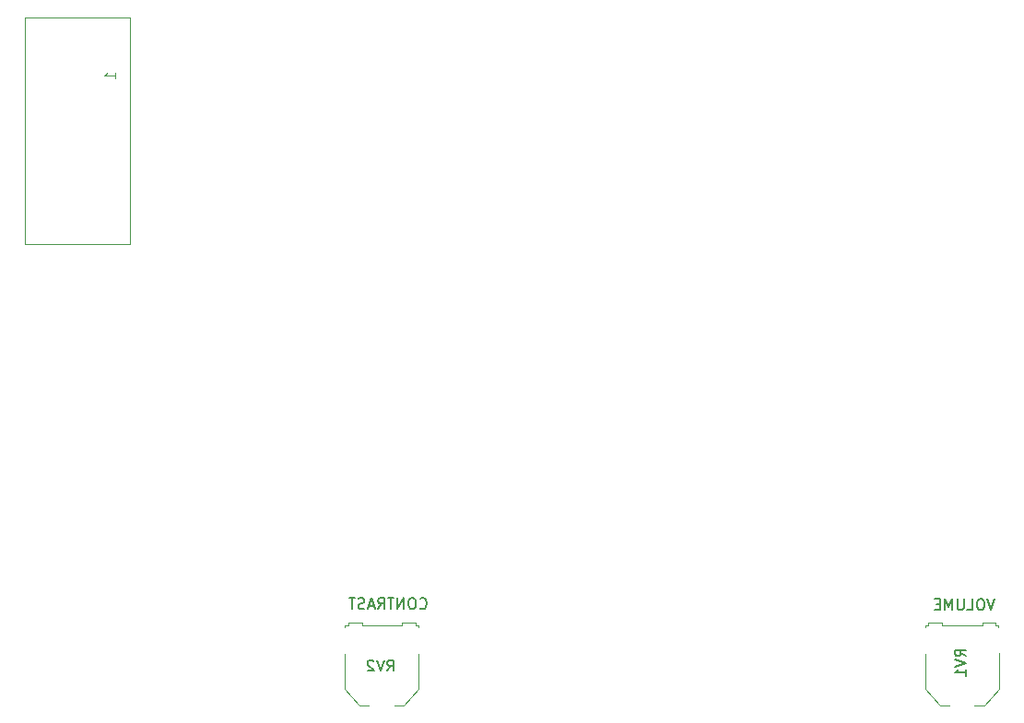
<source format=gbr>
G04 #@! TF.FileFunction,Legend,Bot*
%FSLAX46Y46*%
G04 Gerber Fmt 4.6, Leading zero omitted, Abs format (unit mm)*
G04 Created by KiCad (PCBNEW 4.0.6) date Sunday, July 23, 2017 'AMt' 01:04:53 AM*
%MOMM*%
%LPD*%
G01*
G04 APERTURE LIST*
%ADD10C,0.100000*%
%ADD11C,0.150000*%
%ADD12C,0.120000*%
%ADD13C,5.400000*%
%ADD14C,2.000000*%
%ADD15R,2.200000X3.000000*%
%ADD16O,2.200000X3.000000*%
%ADD17C,3.400000*%
%ADD18C,2.760000*%
%ADD19C,2.600000*%
%ADD20O,2.000000X2.000000*%
%ADD21C,2.900000*%
%ADD22R,2.000000X2.000000*%
%ADD23C,1.920000*%
%ADD24C,3.100000*%
%ADD25C,1.900000*%
%ADD26C,2.400000*%
%ADD27O,3.900000X3.900000*%
%ADD28R,2.200000X2.200000*%
%ADD29O,2.200000X2.200000*%
%ADD30R,1.600000X1.600000*%
%ADD31C,1.600000*%
%ADD32R,2.127200X2.127200*%
%ADD33O,2.127200X2.127200*%
G04 APERTURE END LIST*
D10*
D11*
X193809524Y-106852381D02*
X193476191Y-107852381D01*
X193142857Y-106852381D01*
X192619048Y-106852381D02*
X192428571Y-106852381D01*
X192333333Y-106900000D01*
X192238095Y-106995238D01*
X192190476Y-107185714D01*
X192190476Y-107519048D01*
X192238095Y-107709524D01*
X192333333Y-107804762D01*
X192428571Y-107852381D01*
X192619048Y-107852381D01*
X192714286Y-107804762D01*
X192809524Y-107709524D01*
X192857143Y-107519048D01*
X192857143Y-107185714D01*
X192809524Y-106995238D01*
X192714286Y-106900000D01*
X192619048Y-106852381D01*
X191285714Y-107852381D02*
X191761905Y-107852381D01*
X191761905Y-106852381D01*
X190952381Y-106852381D02*
X190952381Y-107661905D01*
X190904762Y-107757143D01*
X190857143Y-107804762D01*
X190761905Y-107852381D01*
X190571428Y-107852381D01*
X190476190Y-107804762D01*
X190428571Y-107757143D01*
X190380952Y-107661905D01*
X190380952Y-106852381D01*
X189904762Y-107852381D02*
X189904762Y-106852381D01*
X189571428Y-107566667D01*
X189238095Y-106852381D01*
X189238095Y-107852381D01*
X188761905Y-107328571D02*
X188428571Y-107328571D01*
X188285714Y-107852381D02*
X188761905Y-107852381D01*
X188761905Y-106852381D01*
X188285714Y-106852381D01*
X141004762Y-107657143D02*
X141052381Y-107704762D01*
X141195238Y-107752381D01*
X141290476Y-107752381D01*
X141433334Y-107704762D01*
X141528572Y-107609524D01*
X141576191Y-107514286D01*
X141623810Y-107323810D01*
X141623810Y-107180952D01*
X141576191Y-106990476D01*
X141528572Y-106895238D01*
X141433334Y-106800000D01*
X141290476Y-106752381D01*
X141195238Y-106752381D01*
X141052381Y-106800000D01*
X141004762Y-106847619D01*
X140385715Y-106752381D02*
X140195238Y-106752381D01*
X140100000Y-106800000D01*
X140004762Y-106895238D01*
X139957143Y-107085714D01*
X139957143Y-107419048D01*
X140004762Y-107609524D01*
X140100000Y-107704762D01*
X140195238Y-107752381D01*
X140385715Y-107752381D01*
X140480953Y-107704762D01*
X140576191Y-107609524D01*
X140623810Y-107419048D01*
X140623810Y-107085714D01*
X140576191Y-106895238D01*
X140480953Y-106800000D01*
X140385715Y-106752381D01*
X139528572Y-107752381D02*
X139528572Y-106752381D01*
X138957143Y-107752381D01*
X138957143Y-106752381D01*
X138623810Y-106752381D02*
X138052381Y-106752381D01*
X138338096Y-107752381D02*
X138338096Y-106752381D01*
X137147619Y-107752381D02*
X137480953Y-107276190D01*
X137719048Y-107752381D02*
X137719048Y-106752381D01*
X137338095Y-106752381D01*
X137242857Y-106800000D01*
X137195238Y-106847619D01*
X137147619Y-106942857D01*
X137147619Y-107085714D01*
X137195238Y-107180952D01*
X137242857Y-107228571D01*
X137338095Y-107276190D01*
X137719048Y-107276190D01*
X136766667Y-107466667D02*
X136290476Y-107466667D01*
X136861905Y-107752381D02*
X136528572Y-106752381D01*
X136195238Y-107752381D01*
X135909524Y-107704762D02*
X135766667Y-107752381D01*
X135528571Y-107752381D01*
X135433333Y-107704762D01*
X135385714Y-107657143D01*
X135338095Y-107561905D01*
X135338095Y-107466667D01*
X135385714Y-107371429D01*
X135433333Y-107323810D01*
X135528571Y-107276190D01*
X135719048Y-107228571D01*
X135814286Y-107180952D01*
X135861905Y-107133333D01*
X135909524Y-107038095D01*
X135909524Y-106942857D01*
X135861905Y-106847619D01*
X135814286Y-106800000D01*
X135719048Y-106752381D01*
X135480952Y-106752381D01*
X135338095Y-106800000D01*
X135052381Y-106752381D02*
X134480952Y-106752381D01*
X134766667Y-107752381D02*
X134766667Y-106752381D01*
D12*
X194150000Y-109550000D02*
X194150000Y-109300000D01*
X194150000Y-109300000D02*
X193900000Y-109300000D01*
X193900000Y-109300000D02*
X193900000Y-109050000D01*
X193900000Y-109050000D02*
X192650000Y-109050000D01*
X192650000Y-109050000D02*
X192650000Y-109300000D01*
X192650000Y-109300000D02*
X189000000Y-109300000D01*
X189000000Y-109300000D02*
X189000000Y-109050000D01*
X189000000Y-109050000D02*
X187700000Y-109050000D01*
X187700000Y-109050000D02*
X187700000Y-109300000D01*
X187700000Y-109300000D02*
X187400000Y-109300000D01*
X187400000Y-109300000D02*
X187400000Y-109550000D01*
X191950000Y-116600000D02*
X192850000Y-116600000D01*
X192850000Y-116600000D02*
X194200000Y-115100000D01*
X194200000Y-115100000D02*
X194200000Y-111800000D01*
X187400000Y-111800000D02*
X187400000Y-115150000D01*
X187400000Y-115150000D02*
X188750000Y-116600000D01*
X188750000Y-116600000D02*
X189650000Y-116600000D01*
X140850000Y-109550000D02*
X140850000Y-109300000D01*
X140850000Y-109300000D02*
X140600000Y-109300000D01*
X140600000Y-109300000D02*
X140600000Y-109050000D01*
X140600000Y-109050000D02*
X139350000Y-109050000D01*
X139350000Y-109050000D02*
X139350000Y-109300000D01*
X139350000Y-109300000D02*
X135700000Y-109300000D01*
X135700000Y-109300000D02*
X135700000Y-109050000D01*
X135700000Y-109050000D02*
X134400000Y-109050000D01*
X134400000Y-109050000D02*
X134400000Y-109300000D01*
X134400000Y-109300000D02*
X134100000Y-109300000D01*
X134100000Y-109300000D02*
X134100000Y-109550000D01*
X138650000Y-116600000D02*
X139550000Y-116600000D01*
X139550000Y-116600000D02*
X140900000Y-115100000D01*
X140900000Y-115100000D02*
X140900000Y-111800000D01*
X134100000Y-111800000D02*
X134100000Y-115150000D01*
X134100000Y-115150000D02*
X135450000Y-116600000D01*
X135450000Y-116600000D02*
X136350000Y-116600000D01*
X104730000Y-53370000D02*
X104730000Y-74190000D01*
X104730000Y-74190000D02*
X114330000Y-74190000D01*
X114330000Y-74190000D02*
X114330000Y-53370000D01*
X114330000Y-53370000D02*
X104730000Y-53370000D01*
D11*
X191152381Y-112104762D02*
X190676190Y-111771428D01*
X191152381Y-111533333D02*
X190152381Y-111533333D01*
X190152381Y-111914286D01*
X190200000Y-112009524D01*
X190247619Y-112057143D01*
X190342857Y-112104762D01*
X190485714Y-112104762D01*
X190580952Y-112057143D01*
X190628571Y-112009524D01*
X190676190Y-111914286D01*
X190676190Y-111533333D01*
X190152381Y-112390476D02*
X191152381Y-112723809D01*
X190152381Y-113057143D01*
X191152381Y-113914286D02*
X191152381Y-113342857D01*
X191152381Y-113628571D02*
X190152381Y-113628571D01*
X190295238Y-113533333D01*
X190390476Y-113438095D01*
X190438095Y-113342857D01*
X137995238Y-113452381D02*
X138328572Y-112976190D01*
X138566667Y-113452381D02*
X138566667Y-112452381D01*
X138185714Y-112452381D01*
X138090476Y-112500000D01*
X138042857Y-112547619D01*
X137995238Y-112642857D01*
X137995238Y-112785714D01*
X138042857Y-112880952D01*
X138090476Y-112928571D01*
X138185714Y-112976190D01*
X138566667Y-112976190D01*
X137709524Y-112452381D02*
X137376191Y-113452381D01*
X137042857Y-112452381D01*
X136757143Y-112547619D02*
X136709524Y-112500000D01*
X136614286Y-112452381D01*
X136376190Y-112452381D01*
X136280952Y-112500000D01*
X136233333Y-112547619D01*
X136185714Y-112642857D01*
X136185714Y-112738095D01*
X136233333Y-112880952D01*
X136804762Y-113452381D01*
X136185714Y-113452381D01*
D12*
X112972381Y-59005715D02*
X112972381Y-58434286D01*
X112972381Y-58720000D02*
X111972381Y-58720000D01*
X112115238Y-58624762D01*
X112210476Y-58529524D01*
X112258095Y-58434286D01*
%LPC*%
D13*
X225000000Y-35000000D03*
X225000000Y-135000000D03*
X105000000Y-135000000D03*
D14*
X154600000Y-48400000D03*
X152100000Y-48400000D03*
X135300000Y-68000000D03*
X132800000Y-68000000D03*
D15*
X132842000Y-72390000D03*
D16*
X135382000Y-72390000D03*
X137922000Y-72390000D03*
X140462000Y-72390000D03*
X143002000Y-72390000D03*
X145542000Y-72390000D03*
X148082000Y-72390000D03*
X150622000Y-72390000D03*
X153162000Y-72390000D03*
X155702000Y-72390000D03*
X158242000Y-72390000D03*
X160782000Y-72390000D03*
X163322000Y-72390000D03*
X165862000Y-72390000D03*
X168402000Y-72390000D03*
X170942000Y-72390000D03*
D17*
X127342900Y-72390000D03*
X127342900Y-103390700D03*
X202341480Y-103390700D03*
X202342000Y-72390000D03*
D14*
X203470000Y-38300000D03*
X204490000Y-40540000D03*
X205510000Y-38300000D03*
X206530000Y-40540000D03*
D18*
X200000000Y-36000000D03*
X210000000Y-36000000D03*
D14*
X183470000Y-38300000D03*
X184490000Y-40540000D03*
X185510000Y-38300000D03*
X186530000Y-40540000D03*
D18*
X180000000Y-36000000D03*
X190000000Y-36000000D03*
D14*
X163470000Y-38300000D03*
X164490000Y-40540000D03*
X165510000Y-38300000D03*
X166530000Y-40540000D03*
D18*
X160000000Y-36000000D03*
X170000000Y-36000000D03*
D14*
X143470000Y-38300000D03*
X144490000Y-40540000D03*
X145510000Y-38300000D03*
X146530000Y-40540000D03*
D18*
X140000000Y-36000000D03*
X150000000Y-36000000D03*
D14*
X123470000Y-38300000D03*
X124490000Y-40540000D03*
X125510000Y-38300000D03*
X126530000Y-40540000D03*
D18*
X120000000Y-36000000D03*
X130000000Y-36000000D03*
D19*
X218900000Y-122400000D03*
X203900000Y-122400000D03*
D14*
X174500000Y-51400000D03*
D20*
X184660000Y-51400000D03*
D14*
X117300000Y-100000000D03*
D20*
X107140000Y-100000000D03*
D14*
X191500000Y-122300000D03*
D20*
X181340000Y-122300000D03*
D14*
X178600000Y-63800000D03*
D20*
X168440000Y-63800000D03*
D14*
X193700000Y-33800000D03*
D20*
X193700000Y-43960000D03*
D14*
X173800000Y-33800000D03*
D20*
X173800000Y-43960000D03*
D14*
X153600000Y-33800000D03*
D20*
X153600000Y-43960000D03*
D14*
X133500000Y-33800000D03*
D20*
X133500000Y-43960000D03*
D14*
X115900000Y-38900000D03*
D20*
X115900000Y-49060000D03*
D21*
X190800000Y-115740000D03*
X193300000Y-110700000D03*
X188300000Y-110700000D03*
X137500000Y-115740000D03*
X140000000Y-110700000D03*
X135000000Y-110700000D03*
D22*
X169800000Y-51400000D03*
D20*
X136780000Y-59020000D03*
X167260000Y-51400000D03*
X139320000Y-59020000D03*
X164720000Y-51400000D03*
X141860000Y-59020000D03*
X162180000Y-51400000D03*
X144400000Y-59020000D03*
X159640000Y-51400000D03*
X146940000Y-59020000D03*
X157100000Y-51400000D03*
X149480000Y-59020000D03*
X154560000Y-51400000D03*
X152020000Y-59020000D03*
X152020000Y-51400000D03*
X154560000Y-59020000D03*
X149480000Y-51400000D03*
X157100000Y-59020000D03*
X146940000Y-51400000D03*
X159640000Y-59020000D03*
X144400000Y-51400000D03*
X162180000Y-59020000D03*
X141860000Y-51400000D03*
X164720000Y-59020000D03*
X139320000Y-51400000D03*
X167260000Y-59020000D03*
X136780000Y-51400000D03*
X169800000Y-59020000D03*
D23*
X214600000Y-53840000D03*
X214600000Y-51300000D03*
X216600000Y-51300000D03*
X216600000Y-53840000D03*
D24*
X219300000Y-58570000D03*
X219300000Y-46570000D03*
D25*
X113200000Y-90310000D03*
X113200000Y-87770000D03*
X113200000Y-85740000D03*
X113200000Y-83200000D03*
D17*
X110530000Y-93360000D03*
X110530000Y-79640000D03*
D14*
X152000000Y-61700000D03*
X149500000Y-61700000D03*
D26*
X140000000Y-132500000D03*
X140000000Y-128000000D03*
X146500000Y-132500000D03*
X146500000Y-128000000D03*
X161875000Y-132500000D03*
X161875000Y-128000000D03*
X168375000Y-132500000D03*
X168375000Y-128000000D03*
X183750000Y-132500000D03*
X183750000Y-128000000D03*
X190250000Y-132500000D03*
X190250000Y-128000000D03*
D27*
X114860000Y-122260000D03*
D28*
X117400000Y-105600000D03*
D29*
X114860000Y-105600000D03*
X112320000Y-105600000D03*
D13*
X105000000Y-35000000D03*
D30*
X218900000Y-102500000D03*
D31*
X218900000Y-104000000D03*
D32*
X110800000Y-58700000D03*
D33*
X108260000Y-58700000D03*
X110800000Y-61240000D03*
X108260000Y-61240000D03*
X110800000Y-63780000D03*
X108260000Y-63780000D03*
X110800000Y-66320000D03*
X108260000Y-66320000D03*
X110800000Y-68860000D03*
X108260000Y-68860000D03*
M02*

</source>
